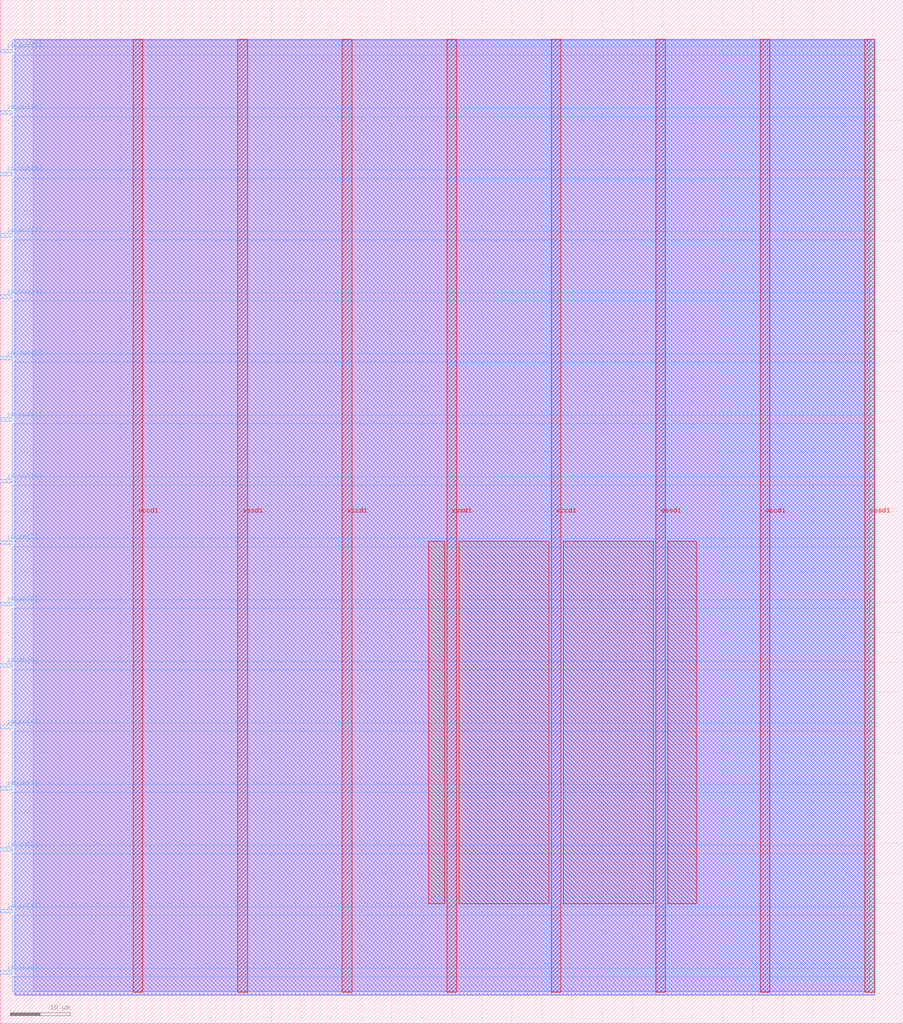
<source format=lef>
VERSION 5.7 ;
  NOWIREEXTENSIONATPIN ON ;
  DIVIDERCHAR "/" ;
  BUSBITCHARS "[]" ;
MACRO gregdavill_serv_top
  CLASS BLOCK ;
  FOREIGN gregdavill_serv_top ;
  ORIGIN 0.000 0.000 ;
  SIZE 150.000 BY 170.000 ;
  PIN io_in[0]
    DIRECTION INPUT ;
    USE SIGNAL ;
    PORT
      LAYER met3 ;
        RECT 0.000 8.200 2.000 8.800 ;
    END
  END io_in[0]
  PIN io_in[1]
    DIRECTION INPUT ;
    USE SIGNAL ;
    PORT
      LAYER met3 ;
        RECT 0.000 18.400 2.000 19.000 ;
    END
  END io_in[1]
  PIN io_in[2]
    DIRECTION INPUT ;
    USE SIGNAL ;
    PORT
      LAYER met3 ;
        RECT 0.000 28.600 2.000 29.200 ;
    END
  END io_in[2]
  PIN io_in[3]
    DIRECTION INPUT ;
    USE SIGNAL ;
    PORT
      LAYER met3 ;
        RECT 0.000 38.800 2.000 39.400 ;
    END
  END io_in[3]
  PIN io_in[4]
    DIRECTION INPUT ;
    USE SIGNAL ;
    PORT
      LAYER met3 ;
        RECT 0.000 49.000 2.000 49.600 ;
    END
  END io_in[4]
  PIN io_in[5]
    DIRECTION INPUT ;
    USE SIGNAL ;
    PORT
      LAYER met3 ;
        RECT 0.000 59.200 2.000 59.800 ;
    END
  END io_in[5]
  PIN io_in[6]
    DIRECTION INPUT ;
    USE SIGNAL ;
    PORT
      LAYER met3 ;
        RECT 0.000 69.400 2.000 70.000 ;
    END
  END io_in[6]
  PIN io_in[7]
    DIRECTION INPUT ;
    USE SIGNAL ;
    PORT
      LAYER met3 ;
        RECT 0.000 79.600 2.000 80.200 ;
    END
  END io_in[7]
  PIN io_out[0]
    DIRECTION OUTPUT TRISTATE ;
    USE SIGNAL ;
    PORT
      LAYER met3 ;
        RECT 0.000 89.800 2.000 90.400 ;
    END
  END io_out[0]
  PIN io_out[1]
    DIRECTION OUTPUT TRISTATE ;
    USE SIGNAL ;
    PORT
      LAYER met3 ;
        RECT 0.000 100.000 2.000 100.600 ;
    END
  END io_out[1]
  PIN io_out[2]
    DIRECTION OUTPUT TRISTATE ;
    USE SIGNAL ;
    PORT
      LAYER met3 ;
        RECT 0.000 110.200 2.000 110.800 ;
    END
  END io_out[2]
  PIN io_out[3]
    DIRECTION OUTPUT TRISTATE ;
    USE SIGNAL ;
    PORT
      LAYER met3 ;
        RECT 0.000 120.400 2.000 121.000 ;
    END
  END io_out[3]
  PIN io_out[4]
    DIRECTION OUTPUT TRISTATE ;
    USE SIGNAL ;
    PORT
      LAYER met3 ;
        RECT 0.000 130.600 2.000 131.200 ;
    END
  END io_out[4]
  PIN io_out[5]
    DIRECTION OUTPUT TRISTATE ;
    USE SIGNAL ;
    PORT
      LAYER met3 ;
        RECT 0.000 140.800 2.000 141.400 ;
    END
  END io_out[5]
  PIN io_out[6]
    DIRECTION OUTPUT TRISTATE ;
    USE SIGNAL ;
    PORT
      LAYER met3 ;
        RECT 0.000 151.000 2.000 151.600 ;
    END
  END io_out[6]
  PIN io_out[7]
    DIRECTION OUTPUT TRISTATE ;
    USE SIGNAL ;
    PORT
      LAYER met3 ;
        RECT 0.000 161.200 2.000 161.800 ;
    END
  END io_out[7]
  PIN vccd1
    DIRECTION INOUT ;
    USE POWER ;
    PORT
      LAYER met4 ;
        RECT 22.085 5.200 23.685 163.440 ;
    END
    PORT
      LAYER met4 ;
        RECT 56.815 5.200 58.415 163.440 ;
    END
    PORT
      LAYER met4 ;
        RECT 91.545 5.200 93.145 163.440 ;
    END
    PORT
      LAYER met4 ;
        RECT 126.275 5.200 127.875 163.440 ;
    END
  END vccd1
  PIN vssd1
    DIRECTION INOUT ;
    USE GROUND ;
    PORT
      LAYER met4 ;
        RECT 39.450 5.200 41.050 163.440 ;
    END
    PORT
      LAYER met4 ;
        RECT 74.180 5.200 75.780 163.440 ;
    END
    PORT
      LAYER met4 ;
        RECT 108.910 5.200 110.510 163.440 ;
    END
    PORT
      LAYER met4 ;
        RECT 143.640 5.200 145.240 163.440 ;
    END
  END vssd1
  OBS
      LAYER li1 ;
        RECT 5.520 5.355 144.440 163.285 ;
      LAYER met1 ;
        RECT 2.370 4.800 145.240 163.440 ;
      LAYER met2 ;
        RECT 2.390 4.770 145.210 163.385 ;
      LAYER met3 ;
        RECT 2.000 162.200 145.230 163.365 ;
        RECT 2.400 160.800 145.230 162.200 ;
        RECT 2.000 152.000 145.230 160.800 ;
        RECT 2.400 150.600 145.230 152.000 ;
        RECT 2.000 141.800 145.230 150.600 ;
        RECT 2.400 140.400 145.230 141.800 ;
        RECT 2.000 131.600 145.230 140.400 ;
        RECT 2.400 130.200 145.230 131.600 ;
        RECT 2.000 121.400 145.230 130.200 ;
        RECT 2.400 120.000 145.230 121.400 ;
        RECT 2.000 111.200 145.230 120.000 ;
        RECT 2.400 109.800 145.230 111.200 ;
        RECT 2.000 101.000 145.230 109.800 ;
        RECT 2.400 99.600 145.230 101.000 ;
        RECT 2.000 90.800 145.230 99.600 ;
        RECT 2.400 89.400 145.230 90.800 ;
        RECT 2.000 80.600 145.230 89.400 ;
        RECT 2.400 79.200 145.230 80.600 ;
        RECT 2.000 70.400 145.230 79.200 ;
        RECT 2.400 69.000 145.230 70.400 ;
        RECT 2.000 60.200 145.230 69.000 ;
        RECT 2.400 58.800 145.230 60.200 ;
        RECT 2.000 50.000 145.230 58.800 ;
        RECT 2.400 48.600 145.230 50.000 ;
        RECT 2.000 39.800 145.230 48.600 ;
        RECT 2.400 38.400 145.230 39.800 ;
        RECT 2.000 29.600 145.230 38.400 ;
        RECT 2.400 28.200 145.230 29.600 ;
        RECT 2.000 19.400 145.230 28.200 ;
        RECT 2.400 18.000 145.230 19.400 ;
        RECT 2.000 9.200 145.230 18.000 ;
        RECT 2.400 7.800 145.230 9.200 ;
        RECT 2.000 5.275 145.230 7.800 ;
      LAYER met4 ;
        RECT 71.135 19.895 73.780 80.065 ;
        RECT 76.180 19.895 91.145 80.065 ;
        RECT 93.545 19.895 108.510 80.065 ;
        RECT 110.910 19.895 115.625 80.065 ;
  END
END gregdavill_serv_top
END LIBRARY


</source>
